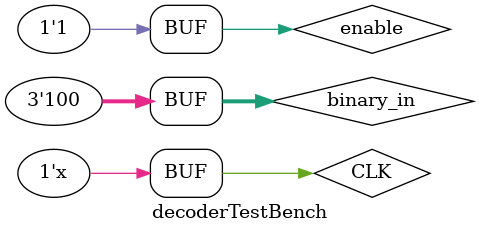
<source format=sv>
module decoderTestBench();


logic CLK = 0;

always begin
CLK = ~CLK; #5; //10ns Period
end

logic [2:0]  binary_in ; //  3 bit binary input
logic enable;        //  Enable for the decoder
logic [7:0] decoder_out; //  8-bit out 

threeBitDecoder dut(binary_in, enable, decoder_out);



initial begin
binary_in = 0;
enable = 0;
#20;

binary_in = 3'b001; #10;
enable = 1;#20;

binary_in = 3'b100; #10;
enable = 1;#20;



end

endmodule

</source>
